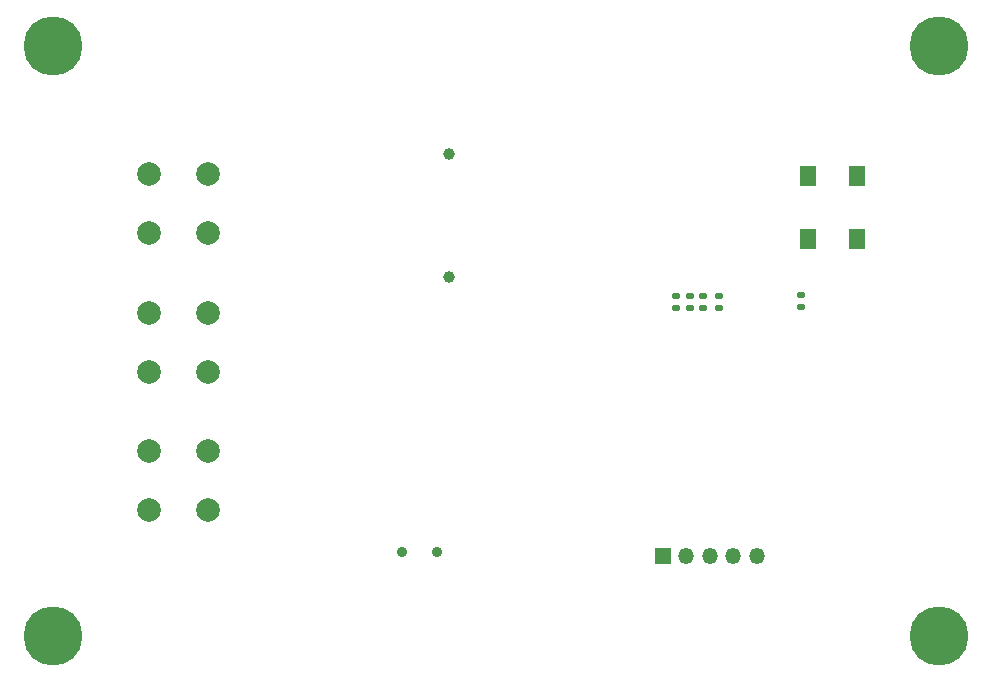
<source format=gbr>
%TF.GenerationSoftware,KiCad,Pcbnew,(6.0.2)*%
%TF.CreationDate,2022-04-10T14:27:56+08:00*%
%TF.ProjectId,PlantCare,506c616e-7443-4617-9265-2e6b69636164,rev?*%
%TF.SameCoordinates,Original*%
%TF.FileFunction,Soldermask,Bot*%
%TF.FilePolarity,Negative*%
%FSLAX46Y46*%
G04 Gerber Fmt 4.6, Leading zero omitted, Abs format (unit mm)*
G04 Created by KiCad (PCBNEW (6.0.2)) date 2022-04-10 14:27:56*
%MOMM*%
%LPD*%
G01*
G04 APERTURE LIST*
G04 Aperture macros list*
%AMRoundRect*
0 Rectangle with rounded corners*
0 $1 Rounding radius*
0 $2 $3 $4 $5 $6 $7 $8 $9 X,Y pos of 4 corners*
0 Add a 4 corners polygon primitive as box body*
4,1,4,$2,$3,$4,$5,$6,$7,$8,$9,$2,$3,0*
0 Add four circle primitives for the rounded corners*
1,1,$1+$1,$2,$3*
1,1,$1+$1,$4,$5*
1,1,$1+$1,$6,$7*
1,1,$1+$1,$8,$9*
0 Add four rect primitives between the rounded corners*
20,1,$1+$1,$2,$3,$4,$5,0*
20,1,$1+$1,$4,$5,$6,$7,0*
20,1,$1+$1,$6,$7,$8,$9,0*
20,1,$1+$1,$8,$9,$2,$3,0*%
G04 Aperture macros list end*
%ADD10C,1.000000*%
%ADD11C,0.800000*%
%ADD12C,5.000000*%
%ADD13C,2.000000*%
%ADD14R,1.350000X1.350000*%
%ADD15O,1.350000X1.350000*%
%ADD16C,0.900000*%
%ADD17RoundRect,0.135000X0.185000X-0.135000X0.185000X0.135000X-0.185000X0.135000X-0.185000X-0.135000X0*%
%ADD18R,1.350000X1.800000*%
%ADD19RoundRect,0.135000X-0.185000X0.135000X-0.185000X-0.135000X0.185000X-0.135000X0.185000X0.135000X0*%
%ADD20RoundRect,0.147500X0.172500X-0.147500X0.172500X0.147500X-0.172500X0.147500X-0.172500X-0.147500X0*%
G04 APERTURE END LIST*
D10*
%TO.C,J1*%
X98542500Y-94562500D03*
X98542500Y-84162500D03*
%TD*%
D11*
%TO.C,H2*%
X138674175Y-126325825D03*
X141875000Y-125000000D03*
X138125000Y-125000000D03*
X140000000Y-123125000D03*
X140000000Y-126875000D03*
D12*
X140000000Y-125000000D03*
D11*
X141325825Y-123674175D03*
X138674175Y-123674175D03*
X141325825Y-126325825D03*
%TD*%
D13*
%TO.C,J3*%
X73100000Y-85900000D03*
X78100000Y-85900000D03*
X73100000Y-90900000D03*
X78100000Y-90900000D03*
%TD*%
%TO.C,J5*%
X78100000Y-109300000D03*
X73100000Y-109300000D03*
X78100000Y-114300000D03*
X73100000Y-114300000D03*
%TD*%
%TO.C,J4*%
X78100000Y-102600000D03*
X73100000Y-102600000D03*
X78100000Y-97600000D03*
X73100000Y-97600000D03*
%TD*%
D14*
%TO.C,J2*%
X116600000Y-118200000D03*
D15*
X118600000Y-118200000D03*
X120600000Y-118200000D03*
X122600000Y-118200000D03*
X124600000Y-118200000D03*
%TD*%
D11*
%TO.C,H4*%
X141875000Y-75000000D03*
X138674175Y-73674175D03*
X141325825Y-76325825D03*
X138125000Y-75000000D03*
X140000000Y-76875000D03*
X140000000Y-73125000D03*
D12*
X140000000Y-75000000D03*
D11*
X138674175Y-76325825D03*
X141325825Y-73674175D03*
%TD*%
D16*
%TO.C,SW1*%
X94500000Y-117855000D03*
X97500000Y-117855000D03*
%TD*%
D11*
%TO.C,H1*%
X66325825Y-76325825D03*
X63674175Y-73674175D03*
X63674175Y-76325825D03*
X66325825Y-73674175D03*
X66875000Y-75000000D03*
X65000000Y-76875000D03*
D12*
X65000000Y-75000000D03*
D11*
X65000000Y-73125000D03*
X63125000Y-75000000D03*
%TD*%
%TO.C,H3*%
X63674175Y-123674175D03*
D12*
X65000000Y-125000000D03*
D11*
X66325825Y-126325825D03*
X65000000Y-123125000D03*
X63674175Y-126325825D03*
X63125000Y-125000000D03*
X66875000Y-125000000D03*
X65000000Y-126875000D03*
X66325825Y-123674175D03*
%TD*%
D17*
%TO.C,R6*%
X128300000Y-97110000D03*
X128300000Y-96090000D03*
%TD*%
D18*
%TO.C,SW2*%
X128925000Y-91400000D03*
X133075000Y-91400000D03*
%TD*%
D19*
%TO.C,R2*%
X117700000Y-96190000D03*
X117700000Y-97210000D03*
%TD*%
D17*
%TO.C,R5*%
X120000000Y-97210000D03*
X120000000Y-96190000D03*
%TD*%
%TO.C,R7*%
X121400000Y-96200000D03*
X121400000Y-97220000D03*
%TD*%
D20*
%TO.C,D1*%
X118900000Y-96215000D03*
X118900000Y-97185000D03*
%TD*%
D18*
%TO.C,SW3*%
X128925000Y-86000000D03*
X133075000Y-86000000D03*
%TD*%
M02*

</source>
